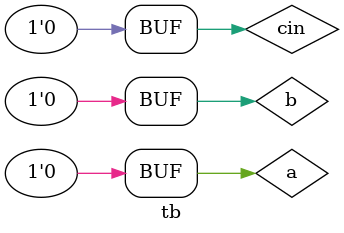
<source format=v>
`timescale 1ps/1ps
module tb;
    reg a, b, cin;
    wire sum, cout;
    fa fa1(a, b, cin, sum, cout);
    initial begin
        $dumpfile("fa.vcd");
        $dumpvars(1);
    end
    initial begin
        a = 0; b = 0; cin = 0;
        #5 a = 0; b = 0; cin = 1;
        #5 a = 0; b = 1; cin = 0;
        #5 a = 0; b = 1; cin = 1;
        #5 a = 1; b = 0; cin = 0;
        #5 a = 1; b = 0; cin = 1;
        #5 a = 1; b = 1; cin = 0;
        #5 a = 1; b = 1; cin = 1;
        #5 a = 0; b = 0; cin = 0;
    end
    initial begin
        $monitor("simtime = %0g, a = %b, b = %b, cin = %b, sum = %b, cout = %b",
         $time, a, b, cin, sum, cout);
    end
endmodule
</source>
